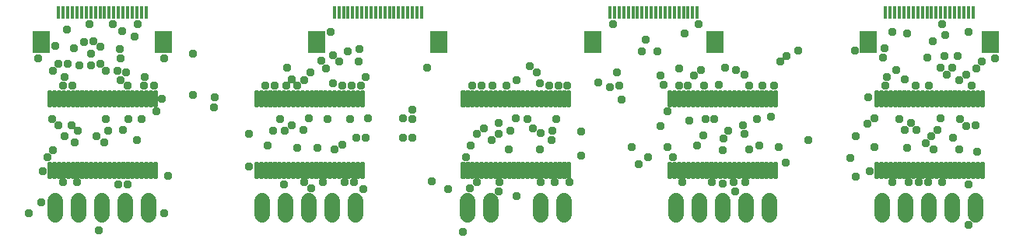
<source format=gbr>
G04 EAGLE Gerber RS-274X export*
G75*
%MOMM*%
%FSLAX34Y34*%
%LPD*%
%INSoldermask Top*%
%IPPOS*%
%AMOC8*
5,1,8,0,0,1.08239X$1,22.5*%
G01*
%ADD10C,1.727200*%
%ADD11C,0.402559*%
%ADD12R,0.400000X1.400000*%
%ADD13R,1.900000X2.350000*%
%ADD14C,0.959600*%


D10*
X150800Y127620D02*
X150800Y112380D01*
X125400Y112380D02*
X125400Y127620D01*
X100000Y127620D02*
X100000Y112380D01*
X74600Y112380D02*
X74600Y127620D01*
X49200Y127620D02*
X49200Y112380D01*
X274200Y112380D02*
X274200Y127620D01*
X299600Y127620D02*
X299600Y112380D01*
X325000Y112380D02*
X325000Y127620D01*
X350400Y127620D02*
X350400Y112380D01*
X375800Y112380D02*
X375800Y127620D01*
X724200Y127620D02*
X724200Y112380D01*
X749600Y112380D02*
X749600Y127620D01*
X775000Y127620D02*
X775000Y112380D01*
X800400Y112380D02*
X800400Y127620D01*
X825800Y127620D02*
X825800Y112380D01*
X949200Y112380D02*
X949200Y127620D01*
X974600Y127620D02*
X974600Y112380D01*
X1000000Y112380D02*
X1000000Y127620D01*
X1025400Y127620D02*
X1025400Y112380D01*
X1050800Y112380D02*
X1050800Y127620D01*
X577300Y127620D02*
X577300Y112380D01*
X602700Y112380D02*
X602700Y127620D01*
X497300Y127620D02*
X497300Y112380D01*
X522700Y112380D02*
X522700Y127620D01*
D11*
X43003Y168003D02*
X41997Y168003D01*
X43003Y168003D02*
X43003Y153997D01*
X41997Y153997D01*
X41997Y168003D01*
X41997Y157822D02*
X43003Y157822D01*
X43003Y161647D02*
X41997Y161647D01*
X41997Y165472D02*
X43003Y165472D01*
X43003Y246003D02*
X41997Y246003D01*
X43003Y246003D02*
X43003Y231997D01*
X41997Y231997D01*
X41997Y246003D01*
X41997Y235822D02*
X43003Y235822D01*
X43003Y239647D02*
X41997Y239647D01*
X41997Y243472D02*
X43003Y243472D01*
X46997Y168003D02*
X48003Y168003D01*
X48003Y153997D01*
X46997Y153997D01*
X46997Y168003D01*
X46997Y157822D02*
X48003Y157822D01*
X48003Y161647D02*
X46997Y161647D01*
X46997Y165472D02*
X48003Y165472D01*
X51997Y168003D02*
X53003Y168003D01*
X53003Y153997D01*
X51997Y153997D01*
X51997Y168003D01*
X51997Y157822D02*
X53003Y157822D01*
X53003Y161647D02*
X51997Y161647D01*
X51997Y165472D02*
X53003Y165472D01*
X56997Y168003D02*
X58003Y168003D01*
X58003Y153997D01*
X56997Y153997D01*
X56997Y168003D01*
X56997Y157822D02*
X58003Y157822D01*
X58003Y161647D02*
X56997Y161647D01*
X56997Y165472D02*
X58003Y165472D01*
X61997Y168003D02*
X63003Y168003D01*
X63003Y153997D01*
X61997Y153997D01*
X61997Y168003D01*
X61997Y157822D02*
X63003Y157822D01*
X63003Y161647D02*
X61997Y161647D01*
X61997Y165472D02*
X63003Y165472D01*
X66997Y168003D02*
X68003Y168003D01*
X68003Y153997D01*
X66997Y153997D01*
X66997Y168003D01*
X66997Y157822D02*
X68003Y157822D01*
X68003Y161647D02*
X66997Y161647D01*
X66997Y165472D02*
X68003Y165472D01*
X71997Y168003D02*
X73003Y168003D01*
X73003Y153997D01*
X71997Y153997D01*
X71997Y168003D01*
X71997Y157822D02*
X73003Y157822D01*
X73003Y161647D02*
X71997Y161647D01*
X71997Y165472D02*
X73003Y165472D01*
X76997Y168003D02*
X78003Y168003D01*
X78003Y153997D01*
X76997Y153997D01*
X76997Y168003D01*
X76997Y157822D02*
X78003Y157822D01*
X78003Y161647D02*
X76997Y161647D01*
X76997Y165472D02*
X78003Y165472D01*
X81997Y168003D02*
X83003Y168003D01*
X83003Y153997D01*
X81997Y153997D01*
X81997Y168003D01*
X81997Y157822D02*
X83003Y157822D01*
X83003Y161647D02*
X81997Y161647D01*
X81997Y165472D02*
X83003Y165472D01*
X86997Y168003D02*
X88003Y168003D01*
X88003Y153997D01*
X86997Y153997D01*
X86997Y168003D01*
X86997Y157822D02*
X88003Y157822D01*
X88003Y161647D02*
X86997Y161647D01*
X86997Y165472D02*
X88003Y165472D01*
X91997Y168003D02*
X93003Y168003D01*
X93003Y153997D01*
X91997Y153997D01*
X91997Y168003D01*
X91997Y157822D02*
X93003Y157822D01*
X93003Y161647D02*
X91997Y161647D01*
X91997Y165472D02*
X93003Y165472D01*
X96997Y168003D02*
X98003Y168003D01*
X98003Y153997D01*
X96997Y153997D01*
X96997Y168003D01*
X96997Y157822D02*
X98003Y157822D01*
X98003Y161647D02*
X96997Y161647D01*
X96997Y165472D02*
X98003Y165472D01*
X101997Y168003D02*
X103003Y168003D01*
X103003Y153997D01*
X101997Y153997D01*
X101997Y168003D01*
X101997Y157822D02*
X103003Y157822D01*
X103003Y161647D02*
X101997Y161647D01*
X101997Y165472D02*
X103003Y165472D01*
X106997Y168003D02*
X108003Y168003D01*
X108003Y153997D01*
X106997Y153997D01*
X106997Y168003D01*
X106997Y157822D02*
X108003Y157822D01*
X108003Y161647D02*
X106997Y161647D01*
X106997Y165472D02*
X108003Y165472D01*
X111997Y168003D02*
X113003Y168003D01*
X113003Y153997D01*
X111997Y153997D01*
X111997Y168003D01*
X111997Y157822D02*
X113003Y157822D01*
X113003Y161647D02*
X111997Y161647D01*
X111997Y165472D02*
X113003Y165472D01*
X116997Y168003D02*
X118003Y168003D01*
X118003Y153997D01*
X116997Y153997D01*
X116997Y168003D01*
X116997Y157822D02*
X118003Y157822D01*
X118003Y161647D02*
X116997Y161647D01*
X116997Y165472D02*
X118003Y165472D01*
X121997Y168003D02*
X123003Y168003D01*
X123003Y153997D01*
X121997Y153997D01*
X121997Y168003D01*
X121997Y157822D02*
X123003Y157822D01*
X123003Y161647D02*
X121997Y161647D01*
X121997Y165472D02*
X123003Y165472D01*
X126997Y168003D02*
X128003Y168003D01*
X128003Y153997D01*
X126997Y153997D01*
X126997Y168003D01*
X126997Y157822D02*
X128003Y157822D01*
X128003Y161647D02*
X126997Y161647D01*
X126997Y165472D02*
X128003Y165472D01*
X131997Y168003D02*
X133003Y168003D01*
X133003Y153997D01*
X131997Y153997D01*
X131997Y168003D01*
X131997Y157822D02*
X133003Y157822D01*
X133003Y161647D02*
X131997Y161647D01*
X131997Y165472D02*
X133003Y165472D01*
X136997Y168003D02*
X138003Y168003D01*
X138003Y153997D01*
X136997Y153997D01*
X136997Y168003D01*
X136997Y157822D02*
X138003Y157822D01*
X138003Y161647D02*
X136997Y161647D01*
X136997Y165472D02*
X138003Y165472D01*
X141997Y168003D02*
X143003Y168003D01*
X143003Y153997D01*
X141997Y153997D01*
X141997Y168003D01*
X141997Y157822D02*
X143003Y157822D01*
X143003Y161647D02*
X141997Y161647D01*
X141997Y165472D02*
X143003Y165472D01*
X146997Y168003D02*
X148003Y168003D01*
X148003Y153997D01*
X146997Y153997D01*
X146997Y168003D01*
X146997Y157822D02*
X148003Y157822D01*
X148003Y161647D02*
X146997Y161647D01*
X146997Y165472D02*
X148003Y165472D01*
X151997Y168003D02*
X153003Y168003D01*
X153003Y153997D01*
X151997Y153997D01*
X151997Y168003D01*
X151997Y157822D02*
X153003Y157822D01*
X153003Y161647D02*
X151997Y161647D01*
X151997Y165472D02*
X153003Y165472D01*
X156997Y168003D02*
X158003Y168003D01*
X158003Y153997D01*
X156997Y153997D01*
X156997Y168003D01*
X156997Y157822D02*
X158003Y157822D01*
X158003Y161647D02*
X156997Y161647D01*
X156997Y165472D02*
X158003Y165472D01*
X48003Y246003D02*
X46997Y246003D01*
X48003Y246003D02*
X48003Y231997D01*
X46997Y231997D01*
X46997Y246003D01*
X46997Y235822D02*
X48003Y235822D01*
X48003Y239647D02*
X46997Y239647D01*
X46997Y243472D02*
X48003Y243472D01*
X51997Y246003D02*
X53003Y246003D01*
X53003Y231997D01*
X51997Y231997D01*
X51997Y246003D01*
X51997Y235822D02*
X53003Y235822D01*
X53003Y239647D02*
X51997Y239647D01*
X51997Y243472D02*
X53003Y243472D01*
X56997Y246003D02*
X58003Y246003D01*
X58003Y231997D01*
X56997Y231997D01*
X56997Y246003D01*
X56997Y235822D02*
X58003Y235822D01*
X58003Y239647D02*
X56997Y239647D01*
X56997Y243472D02*
X58003Y243472D01*
X61997Y246003D02*
X63003Y246003D01*
X63003Y231997D01*
X61997Y231997D01*
X61997Y246003D01*
X61997Y235822D02*
X63003Y235822D01*
X63003Y239647D02*
X61997Y239647D01*
X61997Y243472D02*
X63003Y243472D01*
X66997Y246003D02*
X68003Y246003D01*
X68003Y231997D01*
X66997Y231997D01*
X66997Y246003D01*
X66997Y235822D02*
X68003Y235822D01*
X68003Y239647D02*
X66997Y239647D01*
X66997Y243472D02*
X68003Y243472D01*
X71997Y246003D02*
X73003Y246003D01*
X73003Y231997D01*
X71997Y231997D01*
X71997Y246003D01*
X71997Y235822D02*
X73003Y235822D01*
X73003Y239647D02*
X71997Y239647D01*
X71997Y243472D02*
X73003Y243472D01*
X76997Y246003D02*
X78003Y246003D01*
X78003Y231997D01*
X76997Y231997D01*
X76997Y246003D01*
X76997Y235822D02*
X78003Y235822D01*
X78003Y239647D02*
X76997Y239647D01*
X76997Y243472D02*
X78003Y243472D01*
X81997Y246003D02*
X83003Y246003D01*
X83003Y231997D01*
X81997Y231997D01*
X81997Y246003D01*
X81997Y235822D02*
X83003Y235822D01*
X83003Y239647D02*
X81997Y239647D01*
X81997Y243472D02*
X83003Y243472D01*
X86997Y246003D02*
X88003Y246003D01*
X88003Y231997D01*
X86997Y231997D01*
X86997Y246003D01*
X86997Y235822D02*
X88003Y235822D01*
X88003Y239647D02*
X86997Y239647D01*
X86997Y243472D02*
X88003Y243472D01*
X91997Y246003D02*
X93003Y246003D01*
X93003Y231997D01*
X91997Y231997D01*
X91997Y246003D01*
X91997Y235822D02*
X93003Y235822D01*
X93003Y239647D02*
X91997Y239647D01*
X91997Y243472D02*
X93003Y243472D01*
X96997Y246003D02*
X98003Y246003D01*
X98003Y231997D01*
X96997Y231997D01*
X96997Y246003D01*
X96997Y235822D02*
X98003Y235822D01*
X98003Y239647D02*
X96997Y239647D01*
X96997Y243472D02*
X98003Y243472D01*
X101997Y246003D02*
X103003Y246003D01*
X103003Y231997D01*
X101997Y231997D01*
X101997Y246003D01*
X101997Y235822D02*
X103003Y235822D01*
X103003Y239647D02*
X101997Y239647D01*
X101997Y243472D02*
X103003Y243472D01*
X106997Y246003D02*
X108003Y246003D01*
X108003Y231997D01*
X106997Y231997D01*
X106997Y246003D01*
X106997Y235822D02*
X108003Y235822D01*
X108003Y239647D02*
X106997Y239647D01*
X106997Y243472D02*
X108003Y243472D01*
X111997Y246003D02*
X113003Y246003D01*
X113003Y231997D01*
X111997Y231997D01*
X111997Y246003D01*
X111997Y235822D02*
X113003Y235822D01*
X113003Y239647D02*
X111997Y239647D01*
X111997Y243472D02*
X113003Y243472D01*
X116997Y246003D02*
X118003Y246003D01*
X118003Y231997D01*
X116997Y231997D01*
X116997Y246003D01*
X116997Y235822D02*
X118003Y235822D01*
X118003Y239647D02*
X116997Y239647D01*
X116997Y243472D02*
X118003Y243472D01*
X121997Y246003D02*
X123003Y246003D01*
X123003Y231997D01*
X121997Y231997D01*
X121997Y246003D01*
X121997Y235822D02*
X123003Y235822D01*
X123003Y239647D02*
X121997Y239647D01*
X121997Y243472D02*
X123003Y243472D01*
X126997Y246003D02*
X128003Y246003D01*
X128003Y231997D01*
X126997Y231997D01*
X126997Y246003D01*
X126997Y235822D02*
X128003Y235822D01*
X128003Y239647D02*
X126997Y239647D01*
X126997Y243472D02*
X128003Y243472D01*
X131997Y246003D02*
X133003Y246003D01*
X133003Y231997D01*
X131997Y231997D01*
X131997Y246003D01*
X131997Y235822D02*
X133003Y235822D01*
X133003Y239647D02*
X131997Y239647D01*
X131997Y243472D02*
X133003Y243472D01*
X136997Y246003D02*
X138003Y246003D01*
X138003Y231997D01*
X136997Y231997D01*
X136997Y246003D01*
X136997Y235822D02*
X138003Y235822D01*
X138003Y239647D02*
X136997Y239647D01*
X136997Y243472D02*
X138003Y243472D01*
X141997Y246003D02*
X143003Y246003D01*
X143003Y231997D01*
X141997Y231997D01*
X141997Y246003D01*
X141997Y235822D02*
X143003Y235822D01*
X143003Y239647D02*
X141997Y239647D01*
X141997Y243472D02*
X143003Y243472D01*
X146997Y246003D02*
X148003Y246003D01*
X148003Y231997D01*
X146997Y231997D01*
X146997Y246003D01*
X146997Y235822D02*
X148003Y235822D01*
X148003Y239647D02*
X146997Y239647D01*
X146997Y243472D02*
X148003Y243472D01*
X151997Y246003D02*
X153003Y246003D01*
X153003Y231997D01*
X151997Y231997D01*
X151997Y246003D01*
X151997Y235822D02*
X153003Y235822D01*
X153003Y239647D02*
X151997Y239647D01*
X151997Y243472D02*
X153003Y243472D01*
X156997Y246003D02*
X158003Y246003D01*
X158003Y231997D01*
X156997Y231997D01*
X156997Y246003D01*
X156997Y235822D02*
X158003Y235822D01*
X158003Y239647D02*
X156997Y239647D01*
X156997Y243472D02*
X158003Y243472D01*
X266997Y168003D02*
X268003Y168003D01*
X268003Y153997D01*
X266997Y153997D01*
X266997Y168003D01*
X266997Y157822D02*
X268003Y157822D01*
X268003Y161647D02*
X266997Y161647D01*
X266997Y165472D02*
X268003Y165472D01*
X268003Y246003D02*
X266997Y246003D01*
X268003Y246003D02*
X268003Y231997D01*
X266997Y231997D01*
X266997Y246003D01*
X266997Y235822D02*
X268003Y235822D01*
X268003Y239647D02*
X266997Y239647D01*
X266997Y243472D02*
X268003Y243472D01*
X271997Y168003D02*
X273003Y168003D01*
X273003Y153997D01*
X271997Y153997D01*
X271997Y168003D01*
X271997Y157822D02*
X273003Y157822D01*
X273003Y161647D02*
X271997Y161647D01*
X271997Y165472D02*
X273003Y165472D01*
X276997Y168003D02*
X278003Y168003D01*
X278003Y153997D01*
X276997Y153997D01*
X276997Y168003D01*
X276997Y157822D02*
X278003Y157822D01*
X278003Y161647D02*
X276997Y161647D01*
X276997Y165472D02*
X278003Y165472D01*
X281997Y168003D02*
X283003Y168003D01*
X283003Y153997D01*
X281997Y153997D01*
X281997Y168003D01*
X281997Y157822D02*
X283003Y157822D01*
X283003Y161647D02*
X281997Y161647D01*
X281997Y165472D02*
X283003Y165472D01*
X286997Y168003D02*
X288003Y168003D01*
X288003Y153997D01*
X286997Y153997D01*
X286997Y168003D01*
X286997Y157822D02*
X288003Y157822D01*
X288003Y161647D02*
X286997Y161647D01*
X286997Y165472D02*
X288003Y165472D01*
X291997Y168003D02*
X293003Y168003D01*
X293003Y153997D01*
X291997Y153997D01*
X291997Y168003D01*
X291997Y157822D02*
X293003Y157822D01*
X293003Y161647D02*
X291997Y161647D01*
X291997Y165472D02*
X293003Y165472D01*
X296997Y168003D02*
X298003Y168003D01*
X298003Y153997D01*
X296997Y153997D01*
X296997Y168003D01*
X296997Y157822D02*
X298003Y157822D01*
X298003Y161647D02*
X296997Y161647D01*
X296997Y165472D02*
X298003Y165472D01*
X301997Y168003D02*
X303003Y168003D01*
X303003Y153997D01*
X301997Y153997D01*
X301997Y168003D01*
X301997Y157822D02*
X303003Y157822D01*
X303003Y161647D02*
X301997Y161647D01*
X301997Y165472D02*
X303003Y165472D01*
X306997Y168003D02*
X308003Y168003D01*
X308003Y153997D01*
X306997Y153997D01*
X306997Y168003D01*
X306997Y157822D02*
X308003Y157822D01*
X308003Y161647D02*
X306997Y161647D01*
X306997Y165472D02*
X308003Y165472D01*
X311997Y168003D02*
X313003Y168003D01*
X313003Y153997D01*
X311997Y153997D01*
X311997Y168003D01*
X311997Y157822D02*
X313003Y157822D01*
X313003Y161647D02*
X311997Y161647D01*
X311997Y165472D02*
X313003Y165472D01*
X316997Y168003D02*
X318003Y168003D01*
X318003Y153997D01*
X316997Y153997D01*
X316997Y168003D01*
X316997Y157822D02*
X318003Y157822D01*
X318003Y161647D02*
X316997Y161647D01*
X316997Y165472D02*
X318003Y165472D01*
X321997Y168003D02*
X323003Y168003D01*
X323003Y153997D01*
X321997Y153997D01*
X321997Y168003D01*
X321997Y157822D02*
X323003Y157822D01*
X323003Y161647D02*
X321997Y161647D01*
X321997Y165472D02*
X323003Y165472D01*
X326997Y168003D02*
X328003Y168003D01*
X328003Y153997D01*
X326997Y153997D01*
X326997Y168003D01*
X326997Y157822D02*
X328003Y157822D01*
X328003Y161647D02*
X326997Y161647D01*
X326997Y165472D02*
X328003Y165472D01*
X331997Y168003D02*
X333003Y168003D01*
X333003Y153997D01*
X331997Y153997D01*
X331997Y168003D01*
X331997Y157822D02*
X333003Y157822D01*
X333003Y161647D02*
X331997Y161647D01*
X331997Y165472D02*
X333003Y165472D01*
X336997Y168003D02*
X338003Y168003D01*
X338003Y153997D01*
X336997Y153997D01*
X336997Y168003D01*
X336997Y157822D02*
X338003Y157822D01*
X338003Y161647D02*
X336997Y161647D01*
X336997Y165472D02*
X338003Y165472D01*
X341997Y168003D02*
X343003Y168003D01*
X343003Y153997D01*
X341997Y153997D01*
X341997Y168003D01*
X341997Y157822D02*
X343003Y157822D01*
X343003Y161647D02*
X341997Y161647D01*
X341997Y165472D02*
X343003Y165472D01*
X346997Y168003D02*
X348003Y168003D01*
X348003Y153997D01*
X346997Y153997D01*
X346997Y168003D01*
X346997Y157822D02*
X348003Y157822D01*
X348003Y161647D02*
X346997Y161647D01*
X346997Y165472D02*
X348003Y165472D01*
X351997Y168003D02*
X353003Y168003D01*
X353003Y153997D01*
X351997Y153997D01*
X351997Y168003D01*
X351997Y157822D02*
X353003Y157822D01*
X353003Y161647D02*
X351997Y161647D01*
X351997Y165472D02*
X353003Y165472D01*
X356997Y168003D02*
X358003Y168003D01*
X358003Y153997D01*
X356997Y153997D01*
X356997Y168003D01*
X356997Y157822D02*
X358003Y157822D01*
X358003Y161647D02*
X356997Y161647D01*
X356997Y165472D02*
X358003Y165472D01*
X361997Y168003D02*
X363003Y168003D01*
X363003Y153997D01*
X361997Y153997D01*
X361997Y168003D01*
X361997Y157822D02*
X363003Y157822D01*
X363003Y161647D02*
X361997Y161647D01*
X361997Y165472D02*
X363003Y165472D01*
X366997Y168003D02*
X368003Y168003D01*
X368003Y153997D01*
X366997Y153997D01*
X366997Y168003D01*
X366997Y157822D02*
X368003Y157822D01*
X368003Y161647D02*
X366997Y161647D01*
X366997Y165472D02*
X368003Y165472D01*
X371997Y168003D02*
X373003Y168003D01*
X373003Y153997D01*
X371997Y153997D01*
X371997Y168003D01*
X371997Y157822D02*
X373003Y157822D01*
X373003Y161647D02*
X371997Y161647D01*
X371997Y165472D02*
X373003Y165472D01*
X376997Y168003D02*
X378003Y168003D01*
X378003Y153997D01*
X376997Y153997D01*
X376997Y168003D01*
X376997Y157822D02*
X378003Y157822D01*
X378003Y161647D02*
X376997Y161647D01*
X376997Y165472D02*
X378003Y165472D01*
X381997Y168003D02*
X383003Y168003D01*
X383003Y153997D01*
X381997Y153997D01*
X381997Y168003D01*
X381997Y157822D02*
X383003Y157822D01*
X383003Y161647D02*
X381997Y161647D01*
X381997Y165472D02*
X383003Y165472D01*
X273003Y246003D02*
X271997Y246003D01*
X273003Y246003D02*
X273003Y231997D01*
X271997Y231997D01*
X271997Y246003D01*
X271997Y235822D02*
X273003Y235822D01*
X273003Y239647D02*
X271997Y239647D01*
X271997Y243472D02*
X273003Y243472D01*
X276997Y246003D02*
X278003Y246003D01*
X278003Y231997D01*
X276997Y231997D01*
X276997Y246003D01*
X276997Y235822D02*
X278003Y235822D01*
X278003Y239647D02*
X276997Y239647D01*
X276997Y243472D02*
X278003Y243472D01*
X281997Y246003D02*
X283003Y246003D01*
X283003Y231997D01*
X281997Y231997D01*
X281997Y246003D01*
X281997Y235822D02*
X283003Y235822D01*
X283003Y239647D02*
X281997Y239647D01*
X281997Y243472D02*
X283003Y243472D01*
X286997Y246003D02*
X288003Y246003D01*
X288003Y231997D01*
X286997Y231997D01*
X286997Y246003D01*
X286997Y235822D02*
X288003Y235822D01*
X288003Y239647D02*
X286997Y239647D01*
X286997Y243472D02*
X288003Y243472D01*
X291997Y246003D02*
X293003Y246003D01*
X293003Y231997D01*
X291997Y231997D01*
X291997Y246003D01*
X291997Y235822D02*
X293003Y235822D01*
X293003Y239647D02*
X291997Y239647D01*
X291997Y243472D02*
X293003Y243472D01*
X296997Y246003D02*
X298003Y246003D01*
X298003Y231997D01*
X296997Y231997D01*
X296997Y246003D01*
X296997Y235822D02*
X298003Y235822D01*
X298003Y239647D02*
X296997Y239647D01*
X296997Y243472D02*
X298003Y243472D01*
X301997Y246003D02*
X303003Y246003D01*
X303003Y231997D01*
X301997Y231997D01*
X301997Y246003D01*
X301997Y235822D02*
X303003Y235822D01*
X303003Y239647D02*
X301997Y239647D01*
X301997Y243472D02*
X303003Y243472D01*
X306997Y246003D02*
X308003Y246003D01*
X308003Y231997D01*
X306997Y231997D01*
X306997Y246003D01*
X306997Y235822D02*
X308003Y235822D01*
X308003Y239647D02*
X306997Y239647D01*
X306997Y243472D02*
X308003Y243472D01*
X311997Y246003D02*
X313003Y246003D01*
X313003Y231997D01*
X311997Y231997D01*
X311997Y246003D01*
X311997Y235822D02*
X313003Y235822D01*
X313003Y239647D02*
X311997Y239647D01*
X311997Y243472D02*
X313003Y243472D01*
X316997Y246003D02*
X318003Y246003D01*
X318003Y231997D01*
X316997Y231997D01*
X316997Y246003D01*
X316997Y235822D02*
X318003Y235822D01*
X318003Y239647D02*
X316997Y239647D01*
X316997Y243472D02*
X318003Y243472D01*
X321997Y246003D02*
X323003Y246003D01*
X323003Y231997D01*
X321997Y231997D01*
X321997Y246003D01*
X321997Y235822D02*
X323003Y235822D01*
X323003Y239647D02*
X321997Y239647D01*
X321997Y243472D02*
X323003Y243472D01*
X326997Y246003D02*
X328003Y246003D01*
X328003Y231997D01*
X326997Y231997D01*
X326997Y246003D01*
X326997Y235822D02*
X328003Y235822D01*
X328003Y239647D02*
X326997Y239647D01*
X326997Y243472D02*
X328003Y243472D01*
X331997Y246003D02*
X333003Y246003D01*
X333003Y231997D01*
X331997Y231997D01*
X331997Y246003D01*
X331997Y235822D02*
X333003Y235822D01*
X333003Y239647D02*
X331997Y239647D01*
X331997Y243472D02*
X333003Y243472D01*
X336997Y246003D02*
X338003Y246003D01*
X338003Y231997D01*
X336997Y231997D01*
X336997Y246003D01*
X336997Y235822D02*
X338003Y235822D01*
X338003Y239647D02*
X336997Y239647D01*
X336997Y243472D02*
X338003Y243472D01*
X341997Y246003D02*
X343003Y246003D01*
X343003Y231997D01*
X341997Y231997D01*
X341997Y246003D01*
X341997Y235822D02*
X343003Y235822D01*
X343003Y239647D02*
X341997Y239647D01*
X341997Y243472D02*
X343003Y243472D01*
X346997Y246003D02*
X348003Y246003D01*
X348003Y231997D01*
X346997Y231997D01*
X346997Y246003D01*
X346997Y235822D02*
X348003Y235822D01*
X348003Y239647D02*
X346997Y239647D01*
X346997Y243472D02*
X348003Y243472D01*
X351997Y246003D02*
X353003Y246003D01*
X353003Y231997D01*
X351997Y231997D01*
X351997Y246003D01*
X351997Y235822D02*
X353003Y235822D01*
X353003Y239647D02*
X351997Y239647D01*
X351997Y243472D02*
X353003Y243472D01*
X356997Y246003D02*
X358003Y246003D01*
X358003Y231997D01*
X356997Y231997D01*
X356997Y246003D01*
X356997Y235822D02*
X358003Y235822D01*
X358003Y239647D02*
X356997Y239647D01*
X356997Y243472D02*
X358003Y243472D01*
X361997Y246003D02*
X363003Y246003D01*
X363003Y231997D01*
X361997Y231997D01*
X361997Y246003D01*
X361997Y235822D02*
X363003Y235822D01*
X363003Y239647D02*
X361997Y239647D01*
X361997Y243472D02*
X363003Y243472D01*
X366997Y246003D02*
X368003Y246003D01*
X368003Y231997D01*
X366997Y231997D01*
X366997Y246003D01*
X366997Y235822D02*
X368003Y235822D01*
X368003Y239647D02*
X366997Y239647D01*
X366997Y243472D02*
X368003Y243472D01*
X371997Y246003D02*
X373003Y246003D01*
X373003Y231997D01*
X371997Y231997D01*
X371997Y246003D01*
X371997Y235822D02*
X373003Y235822D01*
X373003Y239647D02*
X371997Y239647D01*
X371997Y243472D02*
X373003Y243472D01*
X376997Y246003D02*
X378003Y246003D01*
X378003Y231997D01*
X376997Y231997D01*
X376997Y246003D01*
X376997Y235822D02*
X378003Y235822D01*
X378003Y239647D02*
X376997Y239647D01*
X376997Y243472D02*
X378003Y243472D01*
X381997Y246003D02*
X383003Y246003D01*
X383003Y231997D01*
X381997Y231997D01*
X381997Y246003D01*
X381997Y235822D02*
X383003Y235822D01*
X383003Y239647D02*
X381997Y239647D01*
X381997Y243472D02*
X383003Y243472D01*
X491997Y168003D02*
X493003Y168003D01*
X493003Y153997D01*
X491997Y153997D01*
X491997Y168003D01*
X491997Y157822D02*
X493003Y157822D01*
X493003Y161647D02*
X491997Y161647D01*
X491997Y165472D02*
X493003Y165472D01*
X493003Y246003D02*
X491997Y246003D01*
X493003Y246003D02*
X493003Y231997D01*
X491997Y231997D01*
X491997Y246003D01*
X491997Y235822D02*
X493003Y235822D01*
X493003Y239647D02*
X491997Y239647D01*
X491997Y243472D02*
X493003Y243472D01*
X496997Y168003D02*
X498003Y168003D01*
X498003Y153997D01*
X496997Y153997D01*
X496997Y168003D01*
X496997Y157822D02*
X498003Y157822D01*
X498003Y161647D02*
X496997Y161647D01*
X496997Y165472D02*
X498003Y165472D01*
X501997Y168003D02*
X503003Y168003D01*
X503003Y153997D01*
X501997Y153997D01*
X501997Y168003D01*
X501997Y157822D02*
X503003Y157822D01*
X503003Y161647D02*
X501997Y161647D01*
X501997Y165472D02*
X503003Y165472D01*
X506997Y168003D02*
X508003Y168003D01*
X508003Y153997D01*
X506997Y153997D01*
X506997Y168003D01*
X506997Y157822D02*
X508003Y157822D01*
X508003Y161647D02*
X506997Y161647D01*
X506997Y165472D02*
X508003Y165472D01*
X511997Y168003D02*
X513003Y168003D01*
X513003Y153997D01*
X511997Y153997D01*
X511997Y168003D01*
X511997Y157822D02*
X513003Y157822D01*
X513003Y161647D02*
X511997Y161647D01*
X511997Y165472D02*
X513003Y165472D01*
X516997Y168003D02*
X518003Y168003D01*
X518003Y153997D01*
X516997Y153997D01*
X516997Y168003D01*
X516997Y157822D02*
X518003Y157822D01*
X518003Y161647D02*
X516997Y161647D01*
X516997Y165472D02*
X518003Y165472D01*
X521997Y168003D02*
X523003Y168003D01*
X523003Y153997D01*
X521997Y153997D01*
X521997Y168003D01*
X521997Y157822D02*
X523003Y157822D01*
X523003Y161647D02*
X521997Y161647D01*
X521997Y165472D02*
X523003Y165472D01*
X526997Y168003D02*
X528003Y168003D01*
X528003Y153997D01*
X526997Y153997D01*
X526997Y168003D01*
X526997Y157822D02*
X528003Y157822D01*
X528003Y161647D02*
X526997Y161647D01*
X526997Y165472D02*
X528003Y165472D01*
X531997Y168003D02*
X533003Y168003D01*
X533003Y153997D01*
X531997Y153997D01*
X531997Y168003D01*
X531997Y157822D02*
X533003Y157822D01*
X533003Y161647D02*
X531997Y161647D01*
X531997Y165472D02*
X533003Y165472D01*
X536997Y168003D02*
X538003Y168003D01*
X538003Y153997D01*
X536997Y153997D01*
X536997Y168003D01*
X536997Y157822D02*
X538003Y157822D01*
X538003Y161647D02*
X536997Y161647D01*
X536997Y165472D02*
X538003Y165472D01*
X541997Y168003D02*
X543003Y168003D01*
X543003Y153997D01*
X541997Y153997D01*
X541997Y168003D01*
X541997Y157822D02*
X543003Y157822D01*
X543003Y161647D02*
X541997Y161647D01*
X541997Y165472D02*
X543003Y165472D01*
X546997Y168003D02*
X548003Y168003D01*
X548003Y153997D01*
X546997Y153997D01*
X546997Y168003D01*
X546997Y157822D02*
X548003Y157822D01*
X548003Y161647D02*
X546997Y161647D01*
X546997Y165472D02*
X548003Y165472D01*
X551997Y168003D02*
X553003Y168003D01*
X553003Y153997D01*
X551997Y153997D01*
X551997Y168003D01*
X551997Y157822D02*
X553003Y157822D01*
X553003Y161647D02*
X551997Y161647D01*
X551997Y165472D02*
X553003Y165472D01*
X556997Y168003D02*
X558003Y168003D01*
X558003Y153997D01*
X556997Y153997D01*
X556997Y168003D01*
X556997Y157822D02*
X558003Y157822D01*
X558003Y161647D02*
X556997Y161647D01*
X556997Y165472D02*
X558003Y165472D01*
X561997Y168003D02*
X563003Y168003D01*
X563003Y153997D01*
X561997Y153997D01*
X561997Y168003D01*
X561997Y157822D02*
X563003Y157822D01*
X563003Y161647D02*
X561997Y161647D01*
X561997Y165472D02*
X563003Y165472D01*
X566997Y168003D02*
X568003Y168003D01*
X568003Y153997D01*
X566997Y153997D01*
X566997Y168003D01*
X566997Y157822D02*
X568003Y157822D01*
X568003Y161647D02*
X566997Y161647D01*
X566997Y165472D02*
X568003Y165472D01*
X571997Y168003D02*
X573003Y168003D01*
X573003Y153997D01*
X571997Y153997D01*
X571997Y168003D01*
X571997Y157822D02*
X573003Y157822D01*
X573003Y161647D02*
X571997Y161647D01*
X571997Y165472D02*
X573003Y165472D01*
X576997Y168003D02*
X578003Y168003D01*
X578003Y153997D01*
X576997Y153997D01*
X576997Y168003D01*
X576997Y157822D02*
X578003Y157822D01*
X578003Y161647D02*
X576997Y161647D01*
X576997Y165472D02*
X578003Y165472D01*
X581997Y168003D02*
X583003Y168003D01*
X583003Y153997D01*
X581997Y153997D01*
X581997Y168003D01*
X581997Y157822D02*
X583003Y157822D01*
X583003Y161647D02*
X581997Y161647D01*
X581997Y165472D02*
X583003Y165472D01*
X586997Y168003D02*
X588003Y168003D01*
X588003Y153997D01*
X586997Y153997D01*
X586997Y168003D01*
X586997Y157822D02*
X588003Y157822D01*
X588003Y161647D02*
X586997Y161647D01*
X586997Y165472D02*
X588003Y165472D01*
X591997Y168003D02*
X593003Y168003D01*
X593003Y153997D01*
X591997Y153997D01*
X591997Y168003D01*
X591997Y157822D02*
X593003Y157822D01*
X593003Y161647D02*
X591997Y161647D01*
X591997Y165472D02*
X593003Y165472D01*
X596997Y168003D02*
X598003Y168003D01*
X598003Y153997D01*
X596997Y153997D01*
X596997Y168003D01*
X596997Y157822D02*
X598003Y157822D01*
X598003Y161647D02*
X596997Y161647D01*
X596997Y165472D02*
X598003Y165472D01*
X601997Y168003D02*
X603003Y168003D01*
X603003Y153997D01*
X601997Y153997D01*
X601997Y168003D01*
X601997Y157822D02*
X603003Y157822D01*
X603003Y161647D02*
X601997Y161647D01*
X601997Y165472D02*
X603003Y165472D01*
X606997Y168003D02*
X608003Y168003D01*
X608003Y153997D01*
X606997Y153997D01*
X606997Y168003D01*
X606997Y157822D02*
X608003Y157822D01*
X608003Y161647D02*
X606997Y161647D01*
X606997Y165472D02*
X608003Y165472D01*
X498003Y246003D02*
X496997Y246003D01*
X498003Y246003D02*
X498003Y231997D01*
X496997Y231997D01*
X496997Y246003D01*
X496997Y235822D02*
X498003Y235822D01*
X498003Y239647D02*
X496997Y239647D01*
X496997Y243472D02*
X498003Y243472D01*
X501997Y246003D02*
X503003Y246003D01*
X503003Y231997D01*
X501997Y231997D01*
X501997Y246003D01*
X501997Y235822D02*
X503003Y235822D01*
X503003Y239647D02*
X501997Y239647D01*
X501997Y243472D02*
X503003Y243472D01*
X506997Y246003D02*
X508003Y246003D01*
X508003Y231997D01*
X506997Y231997D01*
X506997Y246003D01*
X506997Y235822D02*
X508003Y235822D01*
X508003Y239647D02*
X506997Y239647D01*
X506997Y243472D02*
X508003Y243472D01*
X511997Y246003D02*
X513003Y246003D01*
X513003Y231997D01*
X511997Y231997D01*
X511997Y246003D01*
X511997Y235822D02*
X513003Y235822D01*
X513003Y239647D02*
X511997Y239647D01*
X511997Y243472D02*
X513003Y243472D01*
X516997Y246003D02*
X518003Y246003D01*
X518003Y231997D01*
X516997Y231997D01*
X516997Y246003D01*
X516997Y235822D02*
X518003Y235822D01*
X518003Y239647D02*
X516997Y239647D01*
X516997Y243472D02*
X518003Y243472D01*
X521997Y246003D02*
X523003Y246003D01*
X523003Y231997D01*
X521997Y231997D01*
X521997Y246003D01*
X521997Y235822D02*
X523003Y235822D01*
X523003Y239647D02*
X521997Y239647D01*
X521997Y243472D02*
X523003Y243472D01*
X526997Y246003D02*
X528003Y246003D01*
X528003Y231997D01*
X526997Y231997D01*
X526997Y246003D01*
X526997Y235822D02*
X528003Y235822D01*
X528003Y239647D02*
X526997Y239647D01*
X526997Y243472D02*
X528003Y243472D01*
X531997Y246003D02*
X533003Y246003D01*
X533003Y231997D01*
X531997Y231997D01*
X531997Y246003D01*
X531997Y235822D02*
X533003Y235822D01*
X533003Y239647D02*
X531997Y239647D01*
X531997Y243472D02*
X533003Y243472D01*
X536997Y246003D02*
X538003Y246003D01*
X538003Y231997D01*
X536997Y231997D01*
X536997Y246003D01*
X536997Y235822D02*
X538003Y235822D01*
X538003Y239647D02*
X536997Y239647D01*
X536997Y243472D02*
X538003Y243472D01*
X541997Y246003D02*
X543003Y246003D01*
X543003Y231997D01*
X541997Y231997D01*
X541997Y246003D01*
X541997Y235822D02*
X543003Y235822D01*
X543003Y239647D02*
X541997Y239647D01*
X541997Y243472D02*
X543003Y243472D01*
X546997Y246003D02*
X548003Y246003D01*
X548003Y231997D01*
X546997Y231997D01*
X546997Y246003D01*
X546997Y235822D02*
X548003Y235822D01*
X548003Y239647D02*
X546997Y239647D01*
X546997Y243472D02*
X548003Y243472D01*
X551997Y246003D02*
X553003Y246003D01*
X553003Y231997D01*
X551997Y231997D01*
X551997Y246003D01*
X551997Y235822D02*
X553003Y235822D01*
X553003Y239647D02*
X551997Y239647D01*
X551997Y243472D02*
X553003Y243472D01*
X556997Y246003D02*
X558003Y246003D01*
X558003Y231997D01*
X556997Y231997D01*
X556997Y246003D01*
X556997Y235822D02*
X558003Y235822D01*
X558003Y239647D02*
X556997Y239647D01*
X556997Y243472D02*
X558003Y243472D01*
X561997Y246003D02*
X563003Y246003D01*
X563003Y231997D01*
X561997Y231997D01*
X561997Y246003D01*
X561997Y235822D02*
X563003Y235822D01*
X563003Y239647D02*
X561997Y239647D01*
X561997Y243472D02*
X563003Y243472D01*
X566997Y246003D02*
X568003Y246003D01*
X568003Y231997D01*
X566997Y231997D01*
X566997Y246003D01*
X566997Y235822D02*
X568003Y235822D01*
X568003Y239647D02*
X566997Y239647D01*
X566997Y243472D02*
X568003Y243472D01*
X571997Y246003D02*
X573003Y246003D01*
X573003Y231997D01*
X571997Y231997D01*
X571997Y246003D01*
X571997Y235822D02*
X573003Y235822D01*
X573003Y239647D02*
X571997Y239647D01*
X571997Y243472D02*
X573003Y243472D01*
X576997Y246003D02*
X578003Y246003D01*
X578003Y231997D01*
X576997Y231997D01*
X576997Y246003D01*
X576997Y235822D02*
X578003Y235822D01*
X578003Y239647D02*
X576997Y239647D01*
X576997Y243472D02*
X578003Y243472D01*
X581997Y246003D02*
X583003Y246003D01*
X583003Y231997D01*
X581997Y231997D01*
X581997Y246003D01*
X581997Y235822D02*
X583003Y235822D01*
X583003Y239647D02*
X581997Y239647D01*
X581997Y243472D02*
X583003Y243472D01*
X586997Y246003D02*
X588003Y246003D01*
X588003Y231997D01*
X586997Y231997D01*
X586997Y246003D01*
X586997Y235822D02*
X588003Y235822D01*
X588003Y239647D02*
X586997Y239647D01*
X586997Y243472D02*
X588003Y243472D01*
X591997Y246003D02*
X593003Y246003D01*
X593003Y231997D01*
X591997Y231997D01*
X591997Y246003D01*
X591997Y235822D02*
X593003Y235822D01*
X593003Y239647D02*
X591997Y239647D01*
X591997Y243472D02*
X593003Y243472D01*
X596997Y246003D02*
X598003Y246003D01*
X598003Y231997D01*
X596997Y231997D01*
X596997Y246003D01*
X596997Y235822D02*
X598003Y235822D01*
X598003Y239647D02*
X596997Y239647D01*
X596997Y243472D02*
X598003Y243472D01*
X601997Y246003D02*
X603003Y246003D01*
X603003Y231997D01*
X601997Y231997D01*
X601997Y246003D01*
X601997Y235822D02*
X603003Y235822D01*
X603003Y239647D02*
X601997Y239647D01*
X601997Y243472D02*
X603003Y243472D01*
X606997Y246003D02*
X608003Y246003D01*
X608003Y231997D01*
X606997Y231997D01*
X606997Y246003D01*
X606997Y235822D02*
X608003Y235822D01*
X608003Y239647D02*
X606997Y239647D01*
X606997Y243472D02*
X608003Y243472D01*
X716997Y168003D02*
X718003Y168003D01*
X718003Y153997D01*
X716997Y153997D01*
X716997Y168003D01*
X716997Y157822D02*
X718003Y157822D01*
X718003Y161647D02*
X716997Y161647D01*
X716997Y165472D02*
X718003Y165472D01*
X718003Y246003D02*
X716997Y246003D01*
X718003Y246003D02*
X718003Y231997D01*
X716997Y231997D01*
X716997Y246003D01*
X716997Y235822D02*
X718003Y235822D01*
X718003Y239647D02*
X716997Y239647D01*
X716997Y243472D02*
X718003Y243472D01*
X721997Y168003D02*
X723003Y168003D01*
X723003Y153997D01*
X721997Y153997D01*
X721997Y168003D01*
X721997Y157822D02*
X723003Y157822D01*
X723003Y161647D02*
X721997Y161647D01*
X721997Y165472D02*
X723003Y165472D01*
X726997Y168003D02*
X728003Y168003D01*
X728003Y153997D01*
X726997Y153997D01*
X726997Y168003D01*
X726997Y157822D02*
X728003Y157822D01*
X728003Y161647D02*
X726997Y161647D01*
X726997Y165472D02*
X728003Y165472D01*
X731997Y168003D02*
X733003Y168003D01*
X733003Y153997D01*
X731997Y153997D01*
X731997Y168003D01*
X731997Y157822D02*
X733003Y157822D01*
X733003Y161647D02*
X731997Y161647D01*
X731997Y165472D02*
X733003Y165472D01*
X736997Y168003D02*
X738003Y168003D01*
X738003Y153997D01*
X736997Y153997D01*
X736997Y168003D01*
X736997Y157822D02*
X738003Y157822D01*
X738003Y161647D02*
X736997Y161647D01*
X736997Y165472D02*
X738003Y165472D01*
X741997Y168003D02*
X743003Y168003D01*
X743003Y153997D01*
X741997Y153997D01*
X741997Y168003D01*
X741997Y157822D02*
X743003Y157822D01*
X743003Y161647D02*
X741997Y161647D01*
X741997Y165472D02*
X743003Y165472D01*
X746997Y168003D02*
X748003Y168003D01*
X748003Y153997D01*
X746997Y153997D01*
X746997Y168003D01*
X746997Y157822D02*
X748003Y157822D01*
X748003Y161647D02*
X746997Y161647D01*
X746997Y165472D02*
X748003Y165472D01*
X751997Y168003D02*
X753003Y168003D01*
X753003Y153997D01*
X751997Y153997D01*
X751997Y168003D01*
X751997Y157822D02*
X753003Y157822D01*
X753003Y161647D02*
X751997Y161647D01*
X751997Y165472D02*
X753003Y165472D01*
X756997Y168003D02*
X758003Y168003D01*
X758003Y153997D01*
X756997Y153997D01*
X756997Y168003D01*
X756997Y157822D02*
X758003Y157822D01*
X758003Y161647D02*
X756997Y161647D01*
X756997Y165472D02*
X758003Y165472D01*
X761997Y168003D02*
X763003Y168003D01*
X763003Y153997D01*
X761997Y153997D01*
X761997Y168003D01*
X761997Y157822D02*
X763003Y157822D01*
X763003Y161647D02*
X761997Y161647D01*
X761997Y165472D02*
X763003Y165472D01*
X766997Y168003D02*
X768003Y168003D01*
X768003Y153997D01*
X766997Y153997D01*
X766997Y168003D01*
X766997Y157822D02*
X768003Y157822D01*
X768003Y161647D02*
X766997Y161647D01*
X766997Y165472D02*
X768003Y165472D01*
X771997Y168003D02*
X773003Y168003D01*
X773003Y153997D01*
X771997Y153997D01*
X771997Y168003D01*
X771997Y157822D02*
X773003Y157822D01*
X773003Y161647D02*
X771997Y161647D01*
X771997Y165472D02*
X773003Y165472D01*
X776997Y168003D02*
X778003Y168003D01*
X778003Y153997D01*
X776997Y153997D01*
X776997Y168003D01*
X776997Y157822D02*
X778003Y157822D01*
X778003Y161647D02*
X776997Y161647D01*
X776997Y165472D02*
X778003Y165472D01*
X781997Y168003D02*
X783003Y168003D01*
X783003Y153997D01*
X781997Y153997D01*
X781997Y168003D01*
X781997Y157822D02*
X783003Y157822D01*
X783003Y161647D02*
X781997Y161647D01*
X781997Y165472D02*
X783003Y165472D01*
X786997Y168003D02*
X788003Y168003D01*
X788003Y153997D01*
X786997Y153997D01*
X786997Y168003D01*
X786997Y157822D02*
X788003Y157822D01*
X788003Y161647D02*
X786997Y161647D01*
X786997Y165472D02*
X788003Y165472D01*
X791997Y168003D02*
X793003Y168003D01*
X793003Y153997D01*
X791997Y153997D01*
X791997Y168003D01*
X791997Y157822D02*
X793003Y157822D01*
X793003Y161647D02*
X791997Y161647D01*
X791997Y165472D02*
X793003Y165472D01*
X796997Y168003D02*
X798003Y168003D01*
X798003Y153997D01*
X796997Y153997D01*
X796997Y168003D01*
X796997Y157822D02*
X798003Y157822D01*
X798003Y161647D02*
X796997Y161647D01*
X796997Y165472D02*
X798003Y165472D01*
X801997Y168003D02*
X803003Y168003D01*
X803003Y153997D01*
X801997Y153997D01*
X801997Y168003D01*
X801997Y157822D02*
X803003Y157822D01*
X803003Y161647D02*
X801997Y161647D01*
X801997Y165472D02*
X803003Y165472D01*
X806997Y168003D02*
X808003Y168003D01*
X808003Y153997D01*
X806997Y153997D01*
X806997Y168003D01*
X806997Y157822D02*
X808003Y157822D01*
X808003Y161647D02*
X806997Y161647D01*
X806997Y165472D02*
X808003Y165472D01*
X811997Y168003D02*
X813003Y168003D01*
X813003Y153997D01*
X811997Y153997D01*
X811997Y168003D01*
X811997Y157822D02*
X813003Y157822D01*
X813003Y161647D02*
X811997Y161647D01*
X811997Y165472D02*
X813003Y165472D01*
X816997Y168003D02*
X818003Y168003D01*
X818003Y153997D01*
X816997Y153997D01*
X816997Y168003D01*
X816997Y157822D02*
X818003Y157822D01*
X818003Y161647D02*
X816997Y161647D01*
X816997Y165472D02*
X818003Y165472D01*
X821997Y168003D02*
X823003Y168003D01*
X823003Y153997D01*
X821997Y153997D01*
X821997Y168003D01*
X821997Y157822D02*
X823003Y157822D01*
X823003Y161647D02*
X821997Y161647D01*
X821997Y165472D02*
X823003Y165472D01*
X826997Y168003D02*
X828003Y168003D01*
X828003Y153997D01*
X826997Y153997D01*
X826997Y168003D01*
X826997Y157822D02*
X828003Y157822D01*
X828003Y161647D02*
X826997Y161647D01*
X826997Y165472D02*
X828003Y165472D01*
X831997Y168003D02*
X833003Y168003D01*
X833003Y153997D01*
X831997Y153997D01*
X831997Y168003D01*
X831997Y157822D02*
X833003Y157822D01*
X833003Y161647D02*
X831997Y161647D01*
X831997Y165472D02*
X833003Y165472D01*
X723003Y246003D02*
X721997Y246003D01*
X723003Y246003D02*
X723003Y231997D01*
X721997Y231997D01*
X721997Y246003D01*
X721997Y235822D02*
X723003Y235822D01*
X723003Y239647D02*
X721997Y239647D01*
X721997Y243472D02*
X723003Y243472D01*
X726997Y246003D02*
X728003Y246003D01*
X728003Y231997D01*
X726997Y231997D01*
X726997Y246003D01*
X726997Y235822D02*
X728003Y235822D01*
X728003Y239647D02*
X726997Y239647D01*
X726997Y243472D02*
X728003Y243472D01*
X731997Y246003D02*
X733003Y246003D01*
X733003Y231997D01*
X731997Y231997D01*
X731997Y246003D01*
X731997Y235822D02*
X733003Y235822D01*
X733003Y239647D02*
X731997Y239647D01*
X731997Y243472D02*
X733003Y243472D01*
X736997Y246003D02*
X738003Y246003D01*
X738003Y231997D01*
X736997Y231997D01*
X736997Y246003D01*
X736997Y235822D02*
X738003Y235822D01*
X738003Y239647D02*
X736997Y239647D01*
X736997Y243472D02*
X738003Y243472D01*
X741997Y246003D02*
X743003Y246003D01*
X743003Y231997D01*
X741997Y231997D01*
X741997Y246003D01*
X741997Y235822D02*
X743003Y235822D01*
X743003Y239647D02*
X741997Y239647D01*
X741997Y243472D02*
X743003Y243472D01*
X746997Y246003D02*
X748003Y246003D01*
X748003Y231997D01*
X746997Y231997D01*
X746997Y246003D01*
X746997Y235822D02*
X748003Y235822D01*
X748003Y239647D02*
X746997Y239647D01*
X746997Y243472D02*
X748003Y243472D01*
X751997Y246003D02*
X753003Y246003D01*
X753003Y231997D01*
X751997Y231997D01*
X751997Y246003D01*
X751997Y235822D02*
X753003Y235822D01*
X753003Y239647D02*
X751997Y239647D01*
X751997Y243472D02*
X753003Y243472D01*
X756997Y246003D02*
X758003Y246003D01*
X758003Y231997D01*
X756997Y231997D01*
X756997Y246003D01*
X756997Y235822D02*
X758003Y235822D01*
X758003Y239647D02*
X756997Y239647D01*
X756997Y243472D02*
X758003Y243472D01*
X761997Y246003D02*
X763003Y246003D01*
X763003Y231997D01*
X761997Y231997D01*
X761997Y246003D01*
X761997Y235822D02*
X763003Y235822D01*
X763003Y239647D02*
X761997Y239647D01*
X761997Y243472D02*
X763003Y243472D01*
X766997Y246003D02*
X768003Y246003D01*
X768003Y231997D01*
X766997Y231997D01*
X766997Y246003D01*
X766997Y235822D02*
X768003Y235822D01*
X768003Y239647D02*
X766997Y239647D01*
X766997Y243472D02*
X768003Y243472D01*
X771997Y246003D02*
X773003Y246003D01*
X773003Y231997D01*
X771997Y231997D01*
X771997Y246003D01*
X771997Y235822D02*
X773003Y235822D01*
X773003Y239647D02*
X771997Y239647D01*
X771997Y243472D02*
X773003Y243472D01*
X776997Y246003D02*
X778003Y246003D01*
X778003Y231997D01*
X776997Y231997D01*
X776997Y246003D01*
X776997Y235822D02*
X778003Y235822D01*
X778003Y239647D02*
X776997Y239647D01*
X776997Y243472D02*
X778003Y243472D01*
X781997Y246003D02*
X783003Y246003D01*
X783003Y231997D01*
X781997Y231997D01*
X781997Y246003D01*
X781997Y235822D02*
X783003Y235822D01*
X783003Y239647D02*
X781997Y239647D01*
X781997Y243472D02*
X783003Y243472D01*
X786997Y246003D02*
X788003Y246003D01*
X788003Y231997D01*
X786997Y231997D01*
X786997Y246003D01*
X786997Y235822D02*
X788003Y235822D01*
X788003Y239647D02*
X786997Y239647D01*
X786997Y243472D02*
X788003Y243472D01*
X791997Y246003D02*
X793003Y246003D01*
X793003Y231997D01*
X791997Y231997D01*
X791997Y246003D01*
X791997Y235822D02*
X793003Y235822D01*
X793003Y239647D02*
X791997Y239647D01*
X791997Y243472D02*
X793003Y243472D01*
X796997Y246003D02*
X798003Y246003D01*
X798003Y231997D01*
X796997Y231997D01*
X796997Y246003D01*
X796997Y235822D02*
X798003Y235822D01*
X798003Y239647D02*
X796997Y239647D01*
X796997Y243472D02*
X798003Y243472D01*
X801997Y246003D02*
X803003Y246003D01*
X803003Y231997D01*
X801997Y231997D01*
X801997Y246003D01*
X801997Y235822D02*
X803003Y235822D01*
X803003Y239647D02*
X801997Y239647D01*
X801997Y243472D02*
X803003Y243472D01*
X806997Y246003D02*
X808003Y246003D01*
X808003Y231997D01*
X806997Y231997D01*
X806997Y246003D01*
X806997Y235822D02*
X808003Y235822D01*
X808003Y239647D02*
X806997Y239647D01*
X806997Y243472D02*
X808003Y243472D01*
X811997Y246003D02*
X813003Y246003D01*
X813003Y231997D01*
X811997Y231997D01*
X811997Y246003D01*
X811997Y235822D02*
X813003Y235822D01*
X813003Y239647D02*
X811997Y239647D01*
X811997Y243472D02*
X813003Y243472D01*
X816997Y246003D02*
X818003Y246003D01*
X818003Y231997D01*
X816997Y231997D01*
X816997Y246003D01*
X816997Y235822D02*
X818003Y235822D01*
X818003Y239647D02*
X816997Y239647D01*
X816997Y243472D02*
X818003Y243472D01*
X821997Y246003D02*
X823003Y246003D01*
X823003Y231997D01*
X821997Y231997D01*
X821997Y246003D01*
X821997Y235822D02*
X823003Y235822D01*
X823003Y239647D02*
X821997Y239647D01*
X821997Y243472D02*
X823003Y243472D01*
X826997Y246003D02*
X828003Y246003D01*
X828003Y231997D01*
X826997Y231997D01*
X826997Y246003D01*
X826997Y235822D02*
X828003Y235822D01*
X828003Y239647D02*
X826997Y239647D01*
X826997Y243472D02*
X828003Y243472D01*
X831997Y246003D02*
X833003Y246003D01*
X833003Y231997D01*
X831997Y231997D01*
X831997Y246003D01*
X831997Y235822D02*
X833003Y235822D01*
X833003Y239647D02*
X831997Y239647D01*
X831997Y243472D02*
X833003Y243472D01*
X941997Y168003D02*
X943003Y168003D01*
X943003Y153997D01*
X941997Y153997D01*
X941997Y168003D01*
X941997Y157822D02*
X943003Y157822D01*
X943003Y161647D02*
X941997Y161647D01*
X941997Y165472D02*
X943003Y165472D01*
X943003Y246003D02*
X941997Y246003D01*
X943003Y246003D02*
X943003Y231997D01*
X941997Y231997D01*
X941997Y246003D01*
X941997Y235822D02*
X943003Y235822D01*
X943003Y239647D02*
X941997Y239647D01*
X941997Y243472D02*
X943003Y243472D01*
X946997Y168003D02*
X948003Y168003D01*
X948003Y153997D01*
X946997Y153997D01*
X946997Y168003D01*
X946997Y157822D02*
X948003Y157822D01*
X948003Y161647D02*
X946997Y161647D01*
X946997Y165472D02*
X948003Y165472D01*
X951997Y168003D02*
X953003Y168003D01*
X953003Y153997D01*
X951997Y153997D01*
X951997Y168003D01*
X951997Y157822D02*
X953003Y157822D01*
X953003Y161647D02*
X951997Y161647D01*
X951997Y165472D02*
X953003Y165472D01*
X956997Y168003D02*
X958003Y168003D01*
X958003Y153997D01*
X956997Y153997D01*
X956997Y168003D01*
X956997Y157822D02*
X958003Y157822D01*
X958003Y161647D02*
X956997Y161647D01*
X956997Y165472D02*
X958003Y165472D01*
X961997Y168003D02*
X963003Y168003D01*
X963003Y153997D01*
X961997Y153997D01*
X961997Y168003D01*
X961997Y157822D02*
X963003Y157822D01*
X963003Y161647D02*
X961997Y161647D01*
X961997Y165472D02*
X963003Y165472D01*
X966997Y168003D02*
X968003Y168003D01*
X968003Y153997D01*
X966997Y153997D01*
X966997Y168003D01*
X966997Y157822D02*
X968003Y157822D01*
X968003Y161647D02*
X966997Y161647D01*
X966997Y165472D02*
X968003Y165472D01*
X971997Y168003D02*
X973003Y168003D01*
X973003Y153997D01*
X971997Y153997D01*
X971997Y168003D01*
X971997Y157822D02*
X973003Y157822D01*
X973003Y161647D02*
X971997Y161647D01*
X971997Y165472D02*
X973003Y165472D01*
X976997Y168003D02*
X978003Y168003D01*
X978003Y153997D01*
X976997Y153997D01*
X976997Y168003D01*
X976997Y157822D02*
X978003Y157822D01*
X978003Y161647D02*
X976997Y161647D01*
X976997Y165472D02*
X978003Y165472D01*
X981997Y168003D02*
X983003Y168003D01*
X983003Y153997D01*
X981997Y153997D01*
X981997Y168003D01*
X981997Y157822D02*
X983003Y157822D01*
X983003Y161647D02*
X981997Y161647D01*
X981997Y165472D02*
X983003Y165472D01*
X986997Y168003D02*
X988003Y168003D01*
X988003Y153997D01*
X986997Y153997D01*
X986997Y168003D01*
X986997Y157822D02*
X988003Y157822D01*
X988003Y161647D02*
X986997Y161647D01*
X986997Y165472D02*
X988003Y165472D01*
X991997Y168003D02*
X993003Y168003D01*
X993003Y153997D01*
X991997Y153997D01*
X991997Y168003D01*
X991997Y157822D02*
X993003Y157822D01*
X993003Y161647D02*
X991997Y161647D01*
X991997Y165472D02*
X993003Y165472D01*
X996997Y168003D02*
X998003Y168003D01*
X998003Y153997D01*
X996997Y153997D01*
X996997Y168003D01*
X996997Y157822D02*
X998003Y157822D01*
X998003Y161647D02*
X996997Y161647D01*
X996997Y165472D02*
X998003Y165472D01*
X1001997Y168003D02*
X1003003Y168003D01*
X1003003Y153997D01*
X1001997Y153997D01*
X1001997Y168003D01*
X1001997Y157822D02*
X1003003Y157822D01*
X1003003Y161647D02*
X1001997Y161647D01*
X1001997Y165472D02*
X1003003Y165472D01*
X1006997Y168003D02*
X1008003Y168003D01*
X1008003Y153997D01*
X1006997Y153997D01*
X1006997Y168003D01*
X1006997Y157822D02*
X1008003Y157822D01*
X1008003Y161647D02*
X1006997Y161647D01*
X1006997Y165472D02*
X1008003Y165472D01*
X1011997Y168003D02*
X1013003Y168003D01*
X1013003Y153997D01*
X1011997Y153997D01*
X1011997Y168003D01*
X1011997Y157822D02*
X1013003Y157822D01*
X1013003Y161647D02*
X1011997Y161647D01*
X1011997Y165472D02*
X1013003Y165472D01*
X1016997Y168003D02*
X1018003Y168003D01*
X1018003Y153997D01*
X1016997Y153997D01*
X1016997Y168003D01*
X1016997Y157822D02*
X1018003Y157822D01*
X1018003Y161647D02*
X1016997Y161647D01*
X1016997Y165472D02*
X1018003Y165472D01*
X1021997Y168003D02*
X1023003Y168003D01*
X1023003Y153997D01*
X1021997Y153997D01*
X1021997Y168003D01*
X1021997Y157822D02*
X1023003Y157822D01*
X1023003Y161647D02*
X1021997Y161647D01*
X1021997Y165472D02*
X1023003Y165472D01*
X1026997Y168003D02*
X1028003Y168003D01*
X1028003Y153997D01*
X1026997Y153997D01*
X1026997Y168003D01*
X1026997Y157822D02*
X1028003Y157822D01*
X1028003Y161647D02*
X1026997Y161647D01*
X1026997Y165472D02*
X1028003Y165472D01*
X1031997Y168003D02*
X1033003Y168003D01*
X1033003Y153997D01*
X1031997Y153997D01*
X1031997Y168003D01*
X1031997Y157822D02*
X1033003Y157822D01*
X1033003Y161647D02*
X1031997Y161647D01*
X1031997Y165472D02*
X1033003Y165472D01*
X1036997Y168003D02*
X1038003Y168003D01*
X1038003Y153997D01*
X1036997Y153997D01*
X1036997Y168003D01*
X1036997Y157822D02*
X1038003Y157822D01*
X1038003Y161647D02*
X1036997Y161647D01*
X1036997Y165472D02*
X1038003Y165472D01*
X1041997Y168003D02*
X1043003Y168003D01*
X1043003Y153997D01*
X1041997Y153997D01*
X1041997Y168003D01*
X1041997Y157822D02*
X1043003Y157822D01*
X1043003Y161647D02*
X1041997Y161647D01*
X1041997Y165472D02*
X1043003Y165472D01*
X1046997Y168003D02*
X1048003Y168003D01*
X1048003Y153997D01*
X1046997Y153997D01*
X1046997Y168003D01*
X1046997Y157822D02*
X1048003Y157822D01*
X1048003Y161647D02*
X1046997Y161647D01*
X1046997Y165472D02*
X1048003Y165472D01*
X1051997Y168003D02*
X1053003Y168003D01*
X1053003Y153997D01*
X1051997Y153997D01*
X1051997Y168003D01*
X1051997Y157822D02*
X1053003Y157822D01*
X1053003Y161647D02*
X1051997Y161647D01*
X1051997Y165472D02*
X1053003Y165472D01*
X1056997Y168003D02*
X1058003Y168003D01*
X1058003Y153997D01*
X1056997Y153997D01*
X1056997Y168003D01*
X1056997Y157822D02*
X1058003Y157822D01*
X1058003Y161647D02*
X1056997Y161647D01*
X1056997Y165472D02*
X1058003Y165472D01*
X948003Y246003D02*
X946997Y246003D01*
X948003Y246003D02*
X948003Y231997D01*
X946997Y231997D01*
X946997Y246003D01*
X946997Y235822D02*
X948003Y235822D01*
X948003Y239647D02*
X946997Y239647D01*
X946997Y243472D02*
X948003Y243472D01*
X951997Y246003D02*
X953003Y246003D01*
X953003Y231997D01*
X951997Y231997D01*
X951997Y246003D01*
X951997Y235822D02*
X953003Y235822D01*
X953003Y239647D02*
X951997Y239647D01*
X951997Y243472D02*
X953003Y243472D01*
X956997Y246003D02*
X958003Y246003D01*
X958003Y231997D01*
X956997Y231997D01*
X956997Y246003D01*
X956997Y235822D02*
X958003Y235822D01*
X958003Y239647D02*
X956997Y239647D01*
X956997Y243472D02*
X958003Y243472D01*
X961997Y246003D02*
X963003Y246003D01*
X963003Y231997D01*
X961997Y231997D01*
X961997Y246003D01*
X961997Y235822D02*
X963003Y235822D01*
X963003Y239647D02*
X961997Y239647D01*
X961997Y243472D02*
X963003Y243472D01*
X966997Y246003D02*
X968003Y246003D01*
X968003Y231997D01*
X966997Y231997D01*
X966997Y246003D01*
X966997Y235822D02*
X968003Y235822D01*
X968003Y239647D02*
X966997Y239647D01*
X966997Y243472D02*
X968003Y243472D01*
X971997Y246003D02*
X973003Y246003D01*
X973003Y231997D01*
X971997Y231997D01*
X971997Y246003D01*
X971997Y235822D02*
X973003Y235822D01*
X973003Y239647D02*
X971997Y239647D01*
X971997Y243472D02*
X973003Y243472D01*
X976997Y246003D02*
X978003Y246003D01*
X978003Y231997D01*
X976997Y231997D01*
X976997Y246003D01*
X976997Y235822D02*
X978003Y235822D01*
X978003Y239647D02*
X976997Y239647D01*
X976997Y243472D02*
X978003Y243472D01*
X981997Y246003D02*
X983003Y246003D01*
X983003Y231997D01*
X981997Y231997D01*
X981997Y246003D01*
X981997Y235822D02*
X983003Y235822D01*
X983003Y239647D02*
X981997Y239647D01*
X981997Y243472D02*
X983003Y243472D01*
X986997Y246003D02*
X988003Y246003D01*
X988003Y231997D01*
X986997Y231997D01*
X986997Y246003D01*
X986997Y235822D02*
X988003Y235822D01*
X988003Y239647D02*
X986997Y239647D01*
X986997Y243472D02*
X988003Y243472D01*
X991997Y246003D02*
X993003Y246003D01*
X993003Y231997D01*
X991997Y231997D01*
X991997Y246003D01*
X991997Y235822D02*
X993003Y235822D01*
X993003Y239647D02*
X991997Y239647D01*
X991997Y243472D02*
X993003Y243472D01*
X996997Y246003D02*
X998003Y246003D01*
X998003Y231997D01*
X996997Y231997D01*
X996997Y246003D01*
X996997Y235822D02*
X998003Y235822D01*
X998003Y239647D02*
X996997Y239647D01*
X996997Y243472D02*
X998003Y243472D01*
X1001997Y246003D02*
X1003003Y246003D01*
X1003003Y231997D01*
X1001997Y231997D01*
X1001997Y246003D01*
X1001997Y235822D02*
X1003003Y235822D01*
X1003003Y239647D02*
X1001997Y239647D01*
X1001997Y243472D02*
X1003003Y243472D01*
X1006997Y246003D02*
X1008003Y246003D01*
X1008003Y231997D01*
X1006997Y231997D01*
X1006997Y246003D01*
X1006997Y235822D02*
X1008003Y235822D01*
X1008003Y239647D02*
X1006997Y239647D01*
X1006997Y243472D02*
X1008003Y243472D01*
X1011997Y246003D02*
X1013003Y246003D01*
X1013003Y231997D01*
X1011997Y231997D01*
X1011997Y246003D01*
X1011997Y235822D02*
X1013003Y235822D01*
X1013003Y239647D02*
X1011997Y239647D01*
X1011997Y243472D02*
X1013003Y243472D01*
X1016997Y246003D02*
X1018003Y246003D01*
X1018003Y231997D01*
X1016997Y231997D01*
X1016997Y246003D01*
X1016997Y235822D02*
X1018003Y235822D01*
X1018003Y239647D02*
X1016997Y239647D01*
X1016997Y243472D02*
X1018003Y243472D01*
X1021997Y246003D02*
X1023003Y246003D01*
X1023003Y231997D01*
X1021997Y231997D01*
X1021997Y246003D01*
X1021997Y235822D02*
X1023003Y235822D01*
X1023003Y239647D02*
X1021997Y239647D01*
X1021997Y243472D02*
X1023003Y243472D01*
X1026997Y246003D02*
X1028003Y246003D01*
X1028003Y231997D01*
X1026997Y231997D01*
X1026997Y246003D01*
X1026997Y235822D02*
X1028003Y235822D01*
X1028003Y239647D02*
X1026997Y239647D01*
X1026997Y243472D02*
X1028003Y243472D01*
X1031997Y246003D02*
X1033003Y246003D01*
X1033003Y231997D01*
X1031997Y231997D01*
X1031997Y246003D01*
X1031997Y235822D02*
X1033003Y235822D01*
X1033003Y239647D02*
X1031997Y239647D01*
X1031997Y243472D02*
X1033003Y243472D01*
X1036997Y246003D02*
X1038003Y246003D01*
X1038003Y231997D01*
X1036997Y231997D01*
X1036997Y246003D01*
X1036997Y235822D02*
X1038003Y235822D01*
X1038003Y239647D02*
X1036997Y239647D01*
X1036997Y243472D02*
X1038003Y243472D01*
X1041997Y246003D02*
X1043003Y246003D01*
X1043003Y231997D01*
X1041997Y231997D01*
X1041997Y246003D01*
X1041997Y235822D02*
X1043003Y235822D01*
X1043003Y239647D02*
X1041997Y239647D01*
X1041997Y243472D02*
X1043003Y243472D01*
X1046997Y246003D02*
X1048003Y246003D01*
X1048003Y231997D01*
X1046997Y231997D01*
X1046997Y246003D01*
X1046997Y235822D02*
X1048003Y235822D01*
X1048003Y239647D02*
X1046997Y239647D01*
X1046997Y243472D02*
X1048003Y243472D01*
X1051997Y246003D02*
X1053003Y246003D01*
X1053003Y231997D01*
X1051997Y231997D01*
X1051997Y246003D01*
X1051997Y235822D02*
X1053003Y235822D01*
X1053003Y239647D02*
X1051997Y239647D01*
X1051997Y243472D02*
X1053003Y243472D01*
X1056997Y246003D02*
X1058003Y246003D01*
X1058003Y231997D01*
X1056997Y231997D01*
X1056997Y246003D01*
X1056997Y235822D02*
X1058003Y235822D01*
X1058003Y239647D02*
X1056997Y239647D01*
X1056997Y243472D02*
X1058003Y243472D01*
D12*
X52500Y332500D03*
X57500Y332500D03*
X62500Y332500D03*
X67500Y332500D03*
X72500Y332500D03*
X77500Y332500D03*
X82500Y332500D03*
X87500Y332500D03*
X92500Y332500D03*
X97500Y332500D03*
X102500Y332500D03*
X107500Y332500D03*
X112500Y332500D03*
X117500Y332500D03*
X122500Y332500D03*
X127500Y332500D03*
X132500Y332500D03*
X137500Y332500D03*
X142500Y332500D03*
X147500Y332500D03*
D13*
X166500Y300000D03*
X33500Y300000D03*
D12*
X352500Y332500D03*
X357500Y332500D03*
X362500Y332500D03*
X367500Y332500D03*
X372500Y332500D03*
X377500Y332500D03*
X382500Y332500D03*
X387500Y332500D03*
X392500Y332500D03*
X397500Y332500D03*
X402500Y332500D03*
X407500Y332500D03*
X412500Y332500D03*
X417500Y332500D03*
X422500Y332500D03*
X427500Y332500D03*
X432500Y332500D03*
X437500Y332500D03*
X442500Y332500D03*
X447500Y332500D03*
D13*
X466500Y300000D03*
X333500Y300000D03*
D12*
X652500Y332500D03*
X657500Y332500D03*
X662500Y332500D03*
X667500Y332500D03*
X672500Y332500D03*
X677500Y332500D03*
X682500Y332500D03*
X687500Y332500D03*
X692500Y332500D03*
X697500Y332500D03*
X702500Y332500D03*
X707500Y332500D03*
X712500Y332500D03*
X717500Y332500D03*
X722500Y332500D03*
X727500Y332500D03*
X732500Y332500D03*
X737500Y332500D03*
X742500Y332500D03*
X747500Y332500D03*
D13*
X766500Y300000D03*
X633500Y300000D03*
D12*
X952500Y332500D03*
X957500Y332500D03*
X962500Y332500D03*
X967500Y332500D03*
X972500Y332500D03*
X977500Y332500D03*
X982500Y332500D03*
X987500Y332500D03*
X992500Y332500D03*
X997500Y332500D03*
X1002500Y332500D03*
X1007500Y332500D03*
X1012500Y332500D03*
X1017500Y332500D03*
X1022500Y332500D03*
X1027500Y332500D03*
X1032500Y332500D03*
X1037500Y332500D03*
X1042500Y332500D03*
X1047500Y332500D03*
D13*
X1066500Y300000D03*
X933500Y300000D03*
D14*
X800000Y147500D03*
X1042500Y145000D03*
X492500Y93750D03*
X171250Y155000D03*
X167500Y113750D03*
X383750Y140000D03*
X731250Y147500D03*
X787500Y147500D03*
X836250Y186250D03*
X1005000Y183750D03*
X827500Y218750D03*
X940000Y186250D03*
X976250Y185000D03*
X1040000Y208750D03*
X797500Y210000D03*
X145000Y252500D03*
X593750Y216250D03*
X542500Y183750D03*
X562500Y216250D03*
X370000Y216250D03*
X35000Y160000D03*
X57500Y147500D03*
X333750Y185000D03*
X280000Y187500D03*
X507500Y200000D03*
X312500Y185000D03*
X608750Y147500D03*
X1026250Y196250D03*
X913750Y173750D03*
X803750Y183750D03*
X935000Y160000D03*
X72500Y147500D03*
X297500Y145000D03*
X300000Y252500D03*
X46250Y182500D03*
X52500Y276250D03*
X127500Y145000D03*
X577500Y147500D03*
X577500Y201250D03*
X352500Y183750D03*
X523750Y193750D03*
X747500Y187500D03*
X40000Y175000D03*
X103750Y268750D03*
X46250Y268750D03*
X58750Y262500D03*
X120000Y258750D03*
X57500Y252500D03*
X127500Y252500D03*
X45000Y216250D03*
X67500Y252500D03*
X128750Y216250D03*
X87500Y287500D03*
X126250Y267500D03*
X146250Y262500D03*
X87500Y275000D03*
X120000Y282500D03*
X103750Y216250D03*
X142500Y216250D03*
X156250Y252500D03*
X97500Y276250D03*
X260000Y165000D03*
X260000Y200000D03*
X318750Y205000D03*
X277500Y252500D03*
X301250Y272500D03*
X287500Y252500D03*
X306250Y260000D03*
X343750Y271250D03*
X312500Y252500D03*
X351250Y255000D03*
X361250Y252500D03*
X306250Y210000D03*
X371250Y252500D03*
X320000Y258750D03*
X381250Y252500D03*
X326250Y267500D03*
X501250Y187500D03*
X543750Y203750D03*
X502500Y252500D03*
X550000Y217500D03*
X512500Y252500D03*
X565000Y273750D03*
X525000Y252500D03*
X572500Y267500D03*
X540000Y252500D03*
X576250Y255000D03*
X586250Y252500D03*
X531250Y212500D03*
X596250Y252500D03*
X551250Y258750D03*
X606250Y252500D03*
X715000Y186250D03*
X776250Y195000D03*
X727500Y252500D03*
X781250Y203750D03*
X737500Y252500D03*
X790000Y270000D03*
X755000Y252500D03*
X798750Y265000D03*
X803750Y252500D03*
X756250Y216250D03*
X766250Y216250D03*
X812500Y216250D03*
X818750Y252500D03*
X771250Y253750D03*
X831250Y252500D03*
X96250Y95000D03*
X1052500Y181250D03*
X1051250Y271250D03*
X1000000Y252500D03*
X1046250Y252500D03*
X996250Y190000D03*
X980000Y212500D03*
X1033750Y216250D03*
X985000Y252500D03*
X1032500Y258750D03*
X967500Y216250D03*
X1018750Y265000D03*
X953750Y262500D03*
X1012500Y272500D03*
X952500Y252500D03*
X1012500Y217500D03*
X920000Y153750D03*
X1002500Y197500D03*
X920000Y197500D03*
X20000Y113750D03*
X33750Y126250D03*
X48750Y296250D03*
X52500Y210000D03*
X61250Y313750D03*
X58750Y197500D03*
X62500Y276250D03*
X73750Y203750D03*
X68750Y293750D03*
X66250Y210000D03*
X80000Y300000D03*
X93750Y197500D03*
X86250Y320000D03*
X30000Y282500D03*
X90000Y301250D03*
X102500Y191250D03*
X97500Y295000D03*
X106250Y203750D03*
X75000Y275000D03*
X117500Y145000D03*
X116250Y268750D03*
X122500Y205000D03*
X111250Y320000D03*
X158750Y225000D03*
X118750Y292500D03*
X137500Y193750D03*
X121250Y312500D03*
X167500Y282500D03*
X135000Y306250D03*
X198750Y242500D03*
X138750Y320000D03*
X221250Y228750D03*
X198750Y287500D03*
X286250Y203750D03*
X348750Y311250D03*
X293750Y216250D03*
X338750Y280000D03*
X298750Y203750D03*
X351250Y286250D03*
X320000Y147500D03*
X357500Y278750D03*
X325000Y217500D03*
X367500Y290000D03*
X327500Y141250D03*
X378750Y278750D03*
X373750Y147500D03*
X380000Y292500D03*
X345000Y216250D03*
X386250Y262500D03*
X340000Y147500D03*
X388750Y217500D03*
X363750Y147500D03*
X386250Y196250D03*
X361250Y188750D03*
X458750Y148750D03*
X500000Y141250D03*
X427500Y196250D03*
X496250Y175000D03*
X437500Y196250D03*
X507500Y147500D03*
X427500Y217500D03*
X515000Y206250D03*
X437500Y216250D03*
X532500Y147500D03*
X437500Y226250D03*
X531250Y200000D03*
X476250Y140000D03*
X531250Y137500D03*
X621250Y202500D03*
X551250Y132500D03*
X656250Y320000D03*
X687500Y290000D03*
X660000Y267500D03*
X568750Y206250D03*
X652500Y251250D03*
X576250Y183750D03*
X662500Y252500D03*
X590000Y203750D03*
X665000Y237500D03*
X588750Y193750D03*
X621250Y176250D03*
X592500Y147500D03*
X691250Y302500D03*
X703750Y290000D03*
X693750Y175000D03*
X721250Y175000D03*
X707500Y263750D03*
X738750Y215000D03*
X711250Y253750D03*
X753750Y198750D03*
X707500Y208750D03*
X683750Y167500D03*
X743750Y263750D03*
X763750Y147500D03*
X727500Y271250D03*
X775000Y146250D03*
X733750Y310000D03*
X775000Y182500D03*
X751250Y270000D03*
X788750Y137500D03*
X748750Y320000D03*
X857500Y291250D03*
X777500Y272500D03*
X798750Y200000D03*
X918750Y291250D03*
X815000Y187500D03*
X868750Y193750D03*
X843750Y168750D03*
X960000Y311250D03*
X845000Y285000D03*
X951250Y293750D03*
X932500Y211250D03*
X950000Y283750D03*
X940000Y217500D03*
X976250Y310000D03*
X960000Y147500D03*
X963750Y270000D03*
X977500Y147500D03*
X997500Y283750D03*
X988750Y147500D03*
X1003750Y301250D03*
X998750Y147500D03*
X973750Y260000D03*
X973750Y205000D03*
X1042500Y311250D03*
X1071250Y282500D03*
X1040000Y265000D03*
X1050000Y210000D03*
X1031250Y285000D03*
X1042500Y101250D03*
X1025000Y272500D03*
X1032500Y183750D03*
X1016250Y285000D03*
X1008750Y205000D03*
X1017500Y307500D03*
X1013750Y147500D03*
X1013750Y320000D03*
X986250Y205000D03*
X165000Y238750D03*
X376250Y196250D03*
X837500Y278750D03*
X640000Y256250D03*
X1057500Y278750D03*
X70000Y191250D03*
X222500Y240000D03*
X715000Y225000D03*
X676250Y186250D03*
X933750Y240000D03*
X453750Y272500D03*
M02*

</source>
